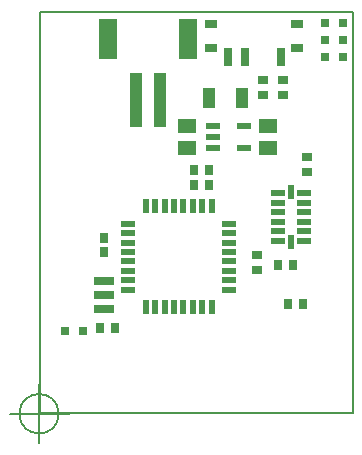
<source format=gbr>
G04 #@! TF.FileFunction,Paste,Top*
%FSLAX46Y46*%
G04 Gerber Fmt 4.6, Leading zero omitted, Abs format (unit mm)*
G04 Created by KiCad (PCBNEW 4.0.2+dfsg1-stable) date Thu 12 Jan 2017 20:01:21 CET*
%MOMM*%
G01*
G04 APERTURE LIST*
%ADD10C,0.100000*%
%ADD11C,0.150000*%
%ADD12R,0.700000X1.500000*%
%ADD13R,1.000000X0.800000*%
%ADD14R,1.000000X4.600000*%
%ADD15R,1.600000X3.400000*%
%ADD16R,1.270000X0.558800*%
%ADD17R,0.558800X1.270000*%
%ADD18R,1.200000X0.550000*%
%ADD19R,0.740000X0.925000*%
%ADD20R,0.700000X0.900000*%
%ADD21R,0.800000X0.800000*%
%ADD22R,0.900000X0.700000*%
%ADD23R,1.500000X1.300000*%
%ADD24R,1.000000X1.800000*%
%ADD25R,1.200000X0.500000*%
%ADD26R,0.500000X1.200000*%
%ADD27R,1.700000X0.700000*%
G04 APERTURE END LIST*
D10*
D11*
X1666666Y0D02*
G75*
G03X1666666Y0I-1666666J0D01*
G01*
X-2500000Y0D02*
X2500000Y0D01*
X0Y2500000D02*
X0Y-2500000D01*
X59600Y43400D02*
X26559600Y43400D01*
X26559600Y43400D02*
X26559600Y34043400D01*
X26559600Y34043400D02*
X59600Y34043400D01*
X59600Y34043400D02*
X59600Y43400D01*
D12*
X20465600Y30223400D03*
X17465600Y30223400D03*
X15965600Y30223400D03*
D13*
X21865600Y30973400D03*
X21860500Y32973400D03*
X14570700Y32973400D03*
X14570700Y30973400D03*
D14*
X8203600Y26569400D03*
X10203600Y26569400D03*
D15*
X5803600Y31769400D03*
X12603600Y31769400D03*
D16*
X7537000Y16097400D03*
X7537000Y15297400D03*
X7537000Y14497400D03*
X7537000Y13697400D03*
X7537000Y12897400D03*
X7537000Y12097400D03*
X7537000Y11297400D03*
X7537000Y10497400D03*
D17*
X9029600Y9004800D03*
X9829600Y9004800D03*
X10629600Y9004800D03*
X11429600Y9004800D03*
X12229600Y9004800D03*
X13029600Y9004800D03*
X13829600Y9004800D03*
X14629600Y9004800D03*
D16*
X16122200Y10497400D03*
X16122200Y11297400D03*
X16122200Y12097400D03*
X16122200Y12897400D03*
X16122200Y13697400D03*
X16122200Y14497400D03*
X16122200Y15297400D03*
X16122200Y16097400D03*
D17*
X14629600Y17590000D03*
X13829600Y17590000D03*
X13029600Y17590000D03*
X12229600Y17590000D03*
X11429600Y17590000D03*
X10629600Y17590000D03*
X9829600Y17590000D03*
X9029600Y17590000D03*
D18*
X14761500Y24361400D03*
X14761500Y23411400D03*
X14761500Y22461400D03*
X17361700Y22461400D03*
X17361700Y24361400D03*
D19*
X5483600Y13665400D03*
X5483600Y14865400D03*
D20*
X13125600Y20617400D03*
X14425600Y20617400D03*
D21*
X25701600Y33063400D03*
X24201600Y33063400D03*
D22*
X18982600Y26952400D03*
X18982600Y28252400D03*
D21*
X25701600Y30244000D03*
X24201600Y30244000D03*
D22*
X22665600Y20475400D03*
X22665600Y21775400D03*
D23*
X12505600Y24361400D03*
X12505600Y22461400D03*
X19363600Y24361400D03*
X19363600Y22461400D03*
D20*
X14425600Y19347400D03*
X13125600Y19347400D03*
D24*
X17207600Y26713400D03*
X14407600Y26713400D03*
D21*
X25701600Y31666400D03*
X24201600Y31666400D03*
D22*
X20633600Y26952400D03*
X20633600Y28252400D03*
X18429600Y13447400D03*
X18429600Y12147400D03*
D25*
X22456600Y18665400D03*
X22456600Y17865400D03*
X22456600Y17065400D03*
X22456600Y16265400D03*
X22456600Y15465400D03*
X22456600Y14665400D03*
D26*
X21356600Y14565400D03*
D25*
X20256600Y14665400D03*
X20256600Y15465400D03*
X20256600Y16265400D03*
X20256600Y17065400D03*
X20256600Y17865400D03*
X20256600Y18665400D03*
D26*
X21356600Y18765400D03*
D20*
X21087600Y9284400D03*
X22387600Y9284400D03*
X21498600Y12635400D03*
X20198600Y12635400D03*
D27*
X5529600Y11235400D03*
X5529600Y10035400D03*
X5529600Y8835400D03*
D21*
X2230600Y7028400D03*
X3730600Y7028400D03*
D20*
X6424600Y7282400D03*
X5124600Y7282400D03*
M02*

</source>
